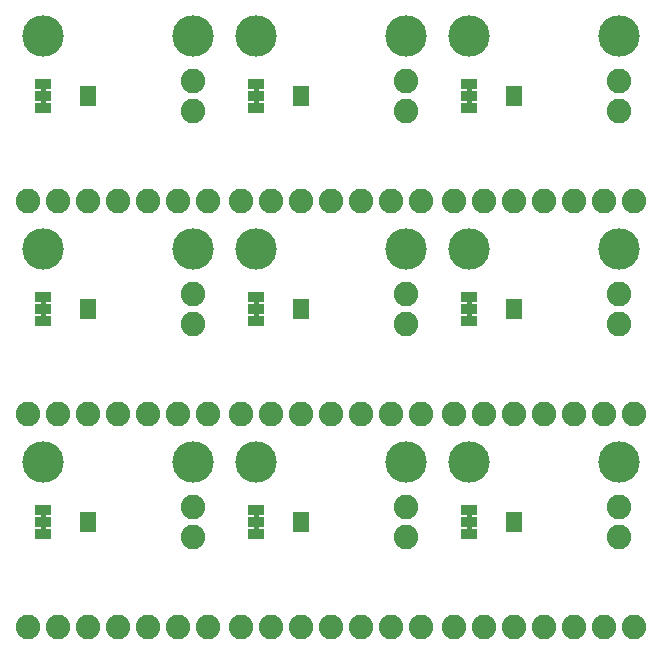
<source format=gbs>
G75*
%MOIN*%
%OFA0B0*%
%FSLAX25Y25*%
%IPPOS*%
%LPD*%
%AMOC8*
5,1,8,0,0,1.08239X$1,22.5*
%
%ADD10C,0.08200*%
%ADD11R,0.05800X0.03300*%
%ADD12C,0.13800*%
%ADD13C,0.00500*%
D10*
X0007250Y0010060D03*
X0017250Y0010060D03*
X0027250Y0010060D03*
X0037250Y0010060D03*
X0047250Y0010060D03*
X0057250Y0010060D03*
X0067250Y0010060D03*
X0078250Y0010060D03*
X0088250Y0010060D03*
X0098250Y0010060D03*
X0108250Y0010060D03*
X0118250Y0010060D03*
X0128250Y0010060D03*
X0138250Y0010060D03*
X0149250Y0010060D03*
X0159250Y0010060D03*
X0169250Y0010060D03*
X0179250Y0010060D03*
X0189250Y0010060D03*
X0199250Y0010060D03*
X0209250Y0010060D03*
X0204250Y0040060D03*
X0204250Y0050060D03*
X0199250Y0081060D03*
X0189250Y0081060D03*
X0179250Y0081060D03*
X0169250Y0081060D03*
X0159250Y0081060D03*
X0149250Y0081060D03*
X0138250Y0081060D03*
X0128250Y0081060D03*
X0118250Y0081060D03*
X0108250Y0081060D03*
X0098250Y0081060D03*
X0088250Y0081060D03*
X0078250Y0081060D03*
X0067250Y0081060D03*
X0057250Y0081060D03*
X0047250Y0081060D03*
X0037250Y0081060D03*
X0027250Y0081060D03*
X0017250Y0081060D03*
X0007250Y0081060D03*
X0062250Y0111060D03*
X0062250Y0121060D03*
X0057250Y0152060D03*
X0067250Y0152060D03*
X0078250Y0152060D03*
X0088250Y0152060D03*
X0098250Y0152060D03*
X0108250Y0152060D03*
X0118250Y0152060D03*
X0128250Y0152060D03*
X0138250Y0152060D03*
X0149250Y0152060D03*
X0159250Y0152060D03*
X0169250Y0152060D03*
X0179250Y0152060D03*
X0189250Y0152060D03*
X0199250Y0152060D03*
X0209250Y0152060D03*
X0204250Y0182060D03*
X0204250Y0192060D03*
X0204250Y0121060D03*
X0204250Y0111060D03*
X0209250Y0081060D03*
X0133250Y0111060D03*
X0133250Y0121060D03*
X0133250Y0182060D03*
X0133250Y0192060D03*
X0062250Y0192060D03*
X0062250Y0182060D03*
X0047250Y0152060D03*
X0037250Y0152060D03*
X0027250Y0152060D03*
X0017250Y0152060D03*
X0007250Y0152060D03*
X0062250Y0050060D03*
X0062250Y0040060D03*
X0133250Y0040060D03*
X0133250Y0050060D03*
D11*
X0154250Y0049060D03*
X0154250Y0045060D03*
X0154250Y0041060D03*
X0169250Y0043460D03*
X0169250Y0046660D03*
X0154250Y0112060D03*
X0154250Y0116060D03*
X0154250Y0120060D03*
X0169250Y0117660D03*
X0169250Y0114460D03*
X0154250Y0183060D03*
X0154250Y0187060D03*
X0154250Y0191060D03*
X0169250Y0188660D03*
X0169250Y0185460D03*
X0098250Y0185460D03*
X0098250Y0188660D03*
X0083250Y0187060D03*
X0083250Y0191060D03*
X0083250Y0183060D03*
X0027250Y0185460D03*
X0027250Y0188660D03*
X0012250Y0187060D03*
X0012250Y0191060D03*
X0012250Y0183060D03*
X0012250Y0120060D03*
X0012250Y0116060D03*
X0012250Y0112060D03*
X0027250Y0114460D03*
X0027250Y0117660D03*
X0083250Y0116060D03*
X0083250Y0112060D03*
X0083250Y0120060D03*
X0098250Y0117660D03*
X0098250Y0114460D03*
X0083250Y0049060D03*
X0083250Y0045060D03*
X0083250Y0041060D03*
X0098250Y0043460D03*
X0098250Y0046660D03*
X0027250Y0046660D03*
X0027250Y0043460D03*
X0012250Y0045060D03*
X0012250Y0049060D03*
X0012250Y0041060D03*
D12*
X0012250Y0065060D03*
X0062250Y0065060D03*
X0083250Y0065060D03*
X0133250Y0065060D03*
X0154250Y0065060D03*
X0204250Y0065060D03*
X0204250Y0136060D03*
X0154250Y0136060D03*
X0133250Y0136060D03*
X0083250Y0136060D03*
X0062250Y0136060D03*
X0012250Y0136060D03*
X0012250Y0207060D03*
X0062250Y0207060D03*
X0083250Y0207060D03*
X0133250Y0207060D03*
X0154250Y0207060D03*
X0204250Y0207060D03*
D13*
X0154750Y0189810D02*
X0154750Y0188310D01*
X0153750Y0188310D01*
X0153750Y0189810D01*
X0154750Y0189810D01*
X0154750Y0189509D02*
X0153750Y0189509D01*
X0153750Y0189011D02*
X0154750Y0189011D01*
X0154750Y0188512D02*
X0153750Y0188512D01*
X0153750Y0185810D02*
X0153750Y0184310D01*
X0154750Y0184310D01*
X0154750Y0185810D01*
X0153750Y0185810D01*
X0153750Y0185521D02*
X0154750Y0185521D01*
X0154750Y0185023D02*
X0153750Y0185023D01*
X0153750Y0184524D02*
X0154750Y0184524D01*
X0154750Y0118810D02*
X0153750Y0118810D01*
X0153750Y0117310D01*
X0154750Y0117310D01*
X0154750Y0118810D01*
X0154750Y0118721D02*
X0153750Y0118721D01*
X0153750Y0118222D02*
X0154750Y0118222D01*
X0154750Y0117724D02*
X0153750Y0117724D01*
X0153750Y0114810D02*
X0153750Y0113310D01*
X0154750Y0113310D01*
X0154750Y0114810D01*
X0153750Y0114810D01*
X0153750Y0114732D02*
X0154750Y0114732D01*
X0154750Y0114234D02*
X0153750Y0114234D01*
X0153750Y0113735D02*
X0154750Y0113735D01*
X0154750Y0047810D02*
X0153750Y0047810D01*
X0153750Y0046310D01*
X0154750Y0046310D01*
X0154750Y0047810D01*
X0154750Y0047433D02*
X0153750Y0047433D01*
X0153750Y0046935D02*
X0154750Y0046935D01*
X0154750Y0046436D02*
X0153750Y0046436D01*
X0153750Y0043810D02*
X0153750Y0042310D01*
X0154750Y0042310D01*
X0154750Y0043810D01*
X0153750Y0043810D01*
X0153750Y0043445D02*
X0154750Y0043445D01*
X0154750Y0042947D02*
X0153750Y0042947D01*
X0153750Y0042448D02*
X0154750Y0042448D01*
X0083750Y0042448D02*
X0082750Y0042448D01*
X0082750Y0042310D02*
X0083750Y0042310D01*
X0083750Y0043810D01*
X0082750Y0043810D01*
X0082750Y0042310D01*
X0082750Y0042947D02*
X0083750Y0042947D01*
X0083750Y0043445D02*
X0082750Y0043445D01*
X0082750Y0046310D02*
X0083750Y0046310D01*
X0083750Y0047810D01*
X0082750Y0047810D01*
X0082750Y0046310D01*
X0082750Y0046436D02*
X0083750Y0046436D01*
X0083750Y0046935D02*
X0082750Y0046935D01*
X0082750Y0047433D02*
X0083750Y0047433D01*
X0083750Y0113310D02*
X0082750Y0113310D01*
X0082750Y0114810D01*
X0083750Y0114810D01*
X0083750Y0113310D01*
X0083750Y0113735D02*
X0082750Y0113735D01*
X0082750Y0114234D02*
X0083750Y0114234D01*
X0083750Y0114732D02*
X0082750Y0114732D01*
X0082750Y0117310D02*
X0083750Y0117310D01*
X0083750Y0118810D01*
X0082750Y0118810D01*
X0082750Y0117310D01*
X0082750Y0117724D02*
X0083750Y0117724D01*
X0083750Y0118222D02*
X0082750Y0118222D01*
X0082750Y0118721D02*
X0083750Y0118721D01*
X0083750Y0184310D02*
X0082750Y0184310D01*
X0082750Y0185810D01*
X0083750Y0185810D01*
X0083750Y0184310D01*
X0083750Y0184524D02*
X0082750Y0184524D01*
X0082750Y0185023D02*
X0083750Y0185023D01*
X0083750Y0185521D02*
X0082750Y0185521D01*
X0082750Y0188310D02*
X0083750Y0188310D01*
X0083750Y0189810D01*
X0082750Y0189810D01*
X0082750Y0188310D01*
X0082750Y0188512D02*
X0083750Y0188512D01*
X0083750Y0189011D02*
X0082750Y0189011D01*
X0082750Y0189509D02*
X0083750Y0189509D01*
X0012750Y0189509D02*
X0011750Y0189509D01*
X0011750Y0189810D02*
X0011750Y0188310D01*
X0012750Y0188310D01*
X0012750Y0189810D01*
X0011750Y0189810D01*
X0011750Y0189011D02*
X0012750Y0189011D01*
X0012750Y0188512D02*
X0011750Y0188512D01*
X0011750Y0185810D02*
X0011750Y0184310D01*
X0012750Y0184310D01*
X0012750Y0185810D01*
X0011750Y0185810D01*
X0011750Y0185521D02*
X0012750Y0185521D01*
X0012750Y0185023D02*
X0011750Y0185023D01*
X0011750Y0184524D02*
X0012750Y0184524D01*
X0012750Y0118810D02*
X0011750Y0118810D01*
X0011750Y0117310D01*
X0012750Y0117310D01*
X0012750Y0118810D01*
X0012750Y0118721D02*
X0011750Y0118721D01*
X0011750Y0118222D02*
X0012750Y0118222D01*
X0012750Y0117724D02*
X0011750Y0117724D01*
X0011750Y0114810D02*
X0011750Y0113310D01*
X0012750Y0113310D01*
X0012750Y0114810D01*
X0011750Y0114810D01*
X0011750Y0114732D02*
X0012750Y0114732D01*
X0012750Y0114234D02*
X0011750Y0114234D01*
X0011750Y0113735D02*
X0012750Y0113735D01*
X0012750Y0047810D02*
X0011750Y0047810D01*
X0011750Y0046310D01*
X0012750Y0046310D01*
X0012750Y0047810D01*
X0012750Y0047433D02*
X0011750Y0047433D01*
X0011750Y0046935D02*
X0012750Y0046935D01*
X0012750Y0046436D02*
X0011750Y0046436D01*
X0011750Y0043810D02*
X0011750Y0042310D01*
X0012750Y0042310D01*
X0012750Y0043810D01*
X0011750Y0043810D01*
X0011750Y0043445D02*
X0012750Y0043445D01*
X0012750Y0042947D02*
X0011750Y0042947D01*
X0011750Y0042448D02*
X0012750Y0042448D01*
M02*

</source>
